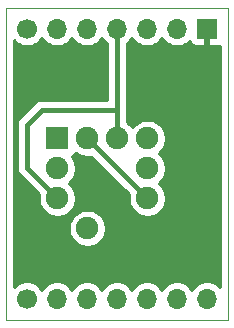
<source format=gbr>
G04 #@! TF.GenerationSoftware,KiCad,Pcbnew,(5.1.5)-3*
G04 #@! TF.CreationDate,2020-03-16T23:27:22+01:00*
G04 #@! TF.ProjectId,switch,73776974-6368-42e6-9b69-6361645f7063,rev?*
G04 #@! TF.SameCoordinates,PX18f3350PY2d4c310*
G04 #@! TF.FileFunction,Copper,L1,Top*
G04 #@! TF.FilePolarity,Positive*
%FSLAX46Y46*%
G04 Gerber Fmt 4.6, Leading zero omitted, Abs format (unit mm)*
G04 Created by KiCad (PCBNEW (5.1.5)-3) date 2020-03-16 23:27:22*
%MOMM*%
%LPD*%
G04 APERTURE LIST*
%ADD10C,0.050000*%
%ADD11O,1.700000X1.700000*%
%ADD12C,1.700000*%
%ADD13R,1.700000X1.700000*%
%ADD14C,1.900000*%
%ADD15R,1.900000X1.900000*%
%ADD16C,0.457200*%
%ADD17C,0.254000*%
G04 APERTURE END LIST*
D10*
X18796000Y26416000D02*
X0Y26416000D01*
X18796000Y0D02*
X18796000Y26416000D01*
X0Y0D02*
X18796000Y0D01*
X0Y26416000D02*
X0Y0D01*
D11*
X17018000Y1778000D03*
X14478000Y1778000D03*
X11938000Y1778000D03*
X9398000Y1778000D03*
X6858000Y1778000D03*
X4318000Y1778000D03*
D12*
X1778000Y1778000D03*
D13*
X17018000Y24638000D03*
D11*
X14478000Y24638000D03*
X11938000Y24638000D03*
X9398000Y24638000D03*
X6858000Y24638000D03*
X4318000Y24638000D03*
D12*
X1778000Y24638000D03*
D14*
X11990500Y10287000D03*
X4370500Y10287000D03*
X11990500Y12827000D03*
X4370500Y12827000D03*
X11990500Y15367000D03*
D15*
X4370500Y15367000D03*
D14*
X6910500Y7747000D03*
X9450500Y15367000D03*
X6910500Y15367000D03*
X11990500Y15367000D03*
D15*
X4370500Y15367000D03*
D16*
X9398000Y24638000D02*
X9398000Y17780000D01*
X9398000Y17780000D02*
X9398000Y15367000D01*
X3048000Y17780000D02*
X9398000Y17780000D01*
X1778000Y16510000D02*
X3048000Y17780000D01*
X4370500Y10287000D02*
X1778000Y12879500D01*
X1778000Y12879500D02*
X1778000Y16510000D01*
X6910500Y15367000D02*
X6858000Y15367000D01*
X11990500Y10287000D02*
X6910500Y15367000D01*
D17*
G36*
X17145000Y24765000D02*
G01*
X17165000Y24765000D01*
X17165000Y24511000D01*
X17145000Y24511000D01*
X17145000Y23311750D01*
X17303750Y23153000D01*
X17868000Y23149928D01*
X17992482Y23162188D01*
X18112180Y23198498D01*
X18136001Y23211231D01*
X18136000Y2760107D01*
X17964632Y2931475D01*
X17721411Y3093990D01*
X17451158Y3205932D01*
X17164260Y3263000D01*
X16871740Y3263000D01*
X16584842Y3205932D01*
X16314589Y3093990D01*
X16071368Y2931475D01*
X15864525Y2724632D01*
X15748000Y2550240D01*
X15631475Y2724632D01*
X15424632Y2931475D01*
X15181411Y3093990D01*
X14911158Y3205932D01*
X14624260Y3263000D01*
X14331740Y3263000D01*
X14044842Y3205932D01*
X13774589Y3093990D01*
X13531368Y2931475D01*
X13324525Y2724632D01*
X13208000Y2550240D01*
X13091475Y2724632D01*
X12884632Y2931475D01*
X12641411Y3093990D01*
X12371158Y3205932D01*
X12084260Y3263000D01*
X11791740Y3263000D01*
X11504842Y3205932D01*
X11234589Y3093990D01*
X10991368Y2931475D01*
X10784525Y2724632D01*
X10668000Y2550240D01*
X10551475Y2724632D01*
X10344632Y2931475D01*
X10101411Y3093990D01*
X9831158Y3205932D01*
X9544260Y3263000D01*
X9251740Y3263000D01*
X8964842Y3205932D01*
X8694589Y3093990D01*
X8451368Y2931475D01*
X8244525Y2724632D01*
X8128000Y2550240D01*
X8011475Y2724632D01*
X7804632Y2931475D01*
X7561411Y3093990D01*
X7291158Y3205932D01*
X7004260Y3263000D01*
X6711740Y3263000D01*
X6424842Y3205932D01*
X6154589Y3093990D01*
X5911368Y2931475D01*
X5704525Y2724632D01*
X5588000Y2550240D01*
X5471475Y2724632D01*
X5264632Y2931475D01*
X5021411Y3093990D01*
X4751158Y3205932D01*
X4464260Y3263000D01*
X4171740Y3263000D01*
X3884842Y3205932D01*
X3614589Y3093990D01*
X3371368Y2931475D01*
X3164525Y2724632D01*
X3048000Y2550240D01*
X2931475Y2724632D01*
X2724632Y2931475D01*
X2481411Y3093990D01*
X2211158Y3205932D01*
X1924260Y3263000D01*
X1631740Y3263000D01*
X1344842Y3205932D01*
X1074589Y3093990D01*
X831368Y2931475D01*
X660000Y2760107D01*
X660000Y7903109D01*
X5325500Y7903109D01*
X5325500Y7590891D01*
X5386411Y7284673D01*
X5505891Y6996221D01*
X5679350Y6736621D01*
X5900121Y6515850D01*
X6159721Y6342391D01*
X6448173Y6222911D01*
X6754391Y6162000D01*
X7066609Y6162000D01*
X7372827Y6222911D01*
X7661279Y6342391D01*
X7920879Y6515850D01*
X8141650Y6736621D01*
X8315109Y6996221D01*
X8434589Y7284673D01*
X8495500Y7590891D01*
X8495500Y7903109D01*
X8434589Y8209327D01*
X8315109Y8497779D01*
X8141650Y8757379D01*
X7920879Y8978150D01*
X7661279Y9151609D01*
X7372827Y9271089D01*
X7066609Y9332000D01*
X6754391Y9332000D01*
X6448173Y9271089D01*
X6159721Y9151609D01*
X5900121Y8978150D01*
X5679350Y8757379D01*
X5505891Y8497779D01*
X5386411Y8209327D01*
X5325500Y7903109D01*
X660000Y7903109D01*
X660000Y23655893D01*
X831368Y23484525D01*
X1074589Y23322010D01*
X1344842Y23210068D01*
X1631740Y23153000D01*
X1924260Y23153000D01*
X2211158Y23210068D01*
X2481411Y23322010D01*
X2724632Y23484525D01*
X2931475Y23691368D01*
X3048000Y23865760D01*
X3164525Y23691368D01*
X3371368Y23484525D01*
X3614589Y23322010D01*
X3884842Y23210068D01*
X4171740Y23153000D01*
X4464260Y23153000D01*
X4751158Y23210068D01*
X5021411Y23322010D01*
X5264632Y23484525D01*
X5471475Y23691368D01*
X5588000Y23865760D01*
X5704525Y23691368D01*
X5911368Y23484525D01*
X6154589Y23322010D01*
X6424842Y23210068D01*
X6711740Y23153000D01*
X7004260Y23153000D01*
X7291158Y23210068D01*
X7561411Y23322010D01*
X7804632Y23484525D01*
X8011475Y23691368D01*
X8128000Y23865760D01*
X8244525Y23691368D01*
X8451368Y23484525D01*
X8534400Y23429045D01*
X8534401Y18643600D01*
X3090417Y18643600D01*
X3047999Y18647778D01*
X3005582Y18643600D01*
X3005580Y18643600D01*
X2878705Y18631104D01*
X2715916Y18581722D01*
X2565888Y18501531D01*
X2434388Y18393612D01*
X2407345Y18360660D01*
X1197346Y17150659D01*
X1164389Y17123612D01*
X1110928Y17058469D01*
X1056469Y16992111D01*
X976279Y16842084D01*
X926896Y16679294D01*
X910222Y16510000D01*
X914401Y16467570D01*
X914400Y12921920D01*
X910222Y12879500D01*
X914400Y12837081D01*
X926896Y12710206D01*
X976278Y12547417D01*
X1056469Y12397389D01*
X1164388Y12265888D01*
X1197351Y12238836D01*
X2819939Y10616246D01*
X2785500Y10443109D01*
X2785500Y10130891D01*
X2846411Y9824673D01*
X2965891Y9536221D01*
X3139350Y9276621D01*
X3360121Y9055850D01*
X3619721Y8882391D01*
X3908173Y8762911D01*
X4214391Y8702000D01*
X4526609Y8702000D01*
X4832827Y8762911D01*
X5121279Y8882391D01*
X5380879Y9055850D01*
X5601650Y9276621D01*
X5775109Y9536221D01*
X5894589Y9824673D01*
X5955500Y10130891D01*
X5955500Y10443109D01*
X5894589Y10749327D01*
X5775109Y11037779D01*
X5601650Y11297379D01*
X5380879Y11518150D01*
X5322736Y11557000D01*
X5380879Y11595850D01*
X5601650Y11816621D01*
X5775109Y12076221D01*
X5894589Y12364673D01*
X5955500Y12670891D01*
X5955500Y12983109D01*
X5894589Y13289327D01*
X5775109Y13577779D01*
X5601650Y13837379D01*
X5595211Y13843818D01*
X5674994Y13886463D01*
X5771685Y13965815D01*
X5851037Y14062506D01*
X5893682Y14142289D01*
X5900121Y14135850D01*
X6159721Y13962391D01*
X6448173Y13842911D01*
X6754391Y13782000D01*
X7066609Y13782000D01*
X7239747Y13816440D01*
X10439939Y10616247D01*
X10405500Y10443109D01*
X10405500Y10130891D01*
X10466411Y9824673D01*
X10585891Y9536221D01*
X10759350Y9276621D01*
X10980121Y9055850D01*
X11239721Y8882391D01*
X11528173Y8762911D01*
X11834391Y8702000D01*
X12146609Y8702000D01*
X12452827Y8762911D01*
X12741279Y8882391D01*
X13000879Y9055850D01*
X13221650Y9276621D01*
X13395109Y9536221D01*
X13514589Y9824673D01*
X13575500Y10130891D01*
X13575500Y10443109D01*
X13514589Y10749327D01*
X13395109Y11037779D01*
X13221650Y11297379D01*
X13000879Y11518150D01*
X12942736Y11557000D01*
X13000879Y11595850D01*
X13221650Y11816621D01*
X13395109Y12076221D01*
X13514589Y12364673D01*
X13575500Y12670891D01*
X13575500Y12983109D01*
X13514589Y13289327D01*
X13395109Y13577779D01*
X13221650Y13837379D01*
X13000879Y14058150D01*
X12942736Y14097000D01*
X13000879Y14135850D01*
X13221650Y14356621D01*
X13395109Y14616221D01*
X13514589Y14904673D01*
X13575500Y15210891D01*
X13575500Y15523109D01*
X13514589Y15829327D01*
X13395109Y16117779D01*
X13221650Y16377379D01*
X13000879Y16598150D01*
X12741279Y16771609D01*
X12452827Y16891089D01*
X12146609Y16952000D01*
X11834391Y16952000D01*
X11528173Y16891089D01*
X11239721Y16771609D01*
X10980121Y16598150D01*
X10759350Y16377379D01*
X10720500Y16319236D01*
X10681650Y16377379D01*
X10460879Y16598150D01*
X10261600Y16731304D01*
X10261600Y17737580D01*
X10265778Y17780000D01*
X10261600Y17822420D01*
X10261600Y23429045D01*
X10344632Y23484525D01*
X10551475Y23691368D01*
X10668000Y23865760D01*
X10784525Y23691368D01*
X10991368Y23484525D01*
X11234589Y23322010D01*
X11504842Y23210068D01*
X11791740Y23153000D01*
X12084260Y23153000D01*
X12371158Y23210068D01*
X12641411Y23322010D01*
X12884632Y23484525D01*
X13091475Y23691368D01*
X13208000Y23865760D01*
X13324525Y23691368D01*
X13531368Y23484525D01*
X13774589Y23322010D01*
X14044842Y23210068D01*
X14331740Y23153000D01*
X14624260Y23153000D01*
X14911158Y23210068D01*
X15181411Y23322010D01*
X15424632Y23484525D01*
X15556487Y23616380D01*
X15578498Y23543820D01*
X15637463Y23433506D01*
X15716815Y23336815D01*
X15813506Y23257463D01*
X15923820Y23198498D01*
X16043518Y23162188D01*
X16168000Y23149928D01*
X16732250Y23153000D01*
X16891000Y23311750D01*
X16891000Y24511000D01*
X16871000Y24511000D01*
X16871000Y24765000D01*
X16891000Y24765000D01*
X16891000Y24785000D01*
X17145000Y24785000D01*
X17145000Y24765000D01*
G37*
X17145000Y24765000D02*
X17165000Y24765000D01*
X17165000Y24511000D01*
X17145000Y24511000D01*
X17145000Y23311750D01*
X17303750Y23153000D01*
X17868000Y23149928D01*
X17992482Y23162188D01*
X18112180Y23198498D01*
X18136001Y23211231D01*
X18136000Y2760107D01*
X17964632Y2931475D01*
X17721411Y3093990D01*
X17451158Y3205932D01*
X17164260Y3263000D01*
X16871740Y3263000D01*
X16584842Y3205932D01*
X16314589Y3093990D01*
X16071368Y2931475D01*
X15864525Y2724632D01*
X15748000Y2550240D01*
X15631475Y2724632D01*
X15424632Y2931475D01*
X15181411Y3093990D01*
X14911158Y3205932D01*
X14624260Y3263000D01*
X14331740Y3263000D01*
X14044842Y3205932D01*
X13774589Y3093990D01*
X13531368Y2931475D01*
X13324525Y2724632D01*
X13208000Y2550240D01*
X13091475Y2724632D01*
X12884632Y2931475D01*
X12641411Y3093990D01*
X12371158Y3205932D01*
X12084260Y3263000D01*
X11791740Y3263000D01*
X11504842Y3205932D01*
X11234589Y3093990D01*
X10991368Y2931475D01*
X10784525Y2724632D01*
X10668000Y2550240D01*
X10551475Y2724632D01*
X10344632Y2931475D01*
X10101411Y3093990D01*
X9831158Y3205932D01*
X9544260Y3263000D01*
X9251740Y3263000D01*
X8964842Y3205932D01*
X8694589Y3093990D01*
X8451368Y2931475D01*
X8244525Y2724632D01*
X8128000Y2550240D01*
X8011475Y2724632D01*
X7804632Y2931475D01*
X7561411Y3093990D01*
X7291158Y3205932D01*
X7004260Y3263000D01*
X6711740Y3263000D01*
X6424842Y3205932D01*
X6154589Y3093990D01*
X5911368Y2931475D01*
X5704525Y2724632D01*
X5588000Y2550240D01*
X5471475Y2724632D01*
X5264632Y2931475D01*
X5021411Y3093990D01*
X4751158Y3205932D01*
X4464260Y3263000D01*
X4171740Y3263000D01*
X3884842Y3205932D01*
X3614589Y3093990D01*
X3371368Y2931475D01*
X3164525Y2724632D01*
X3048000Y2550240D01*
X2931475Y2724632D01*
X2724632Y2931475D01*
X2481411Y3093990D01*
X2211158Y3205932D01*
X1924260Y3263000D01*
X1631740Y3263000D01*
X1344842Y3205932D01*
X1074589Y3093990D01*
X831368Y2931475D01*
X660000Y2760107D01*
X660000Y7903109D01*
X5325500Y7903109D01*
X5325500Y7590891D01*
X5386411Y7284673D01*
X5505891Y6996221D01*
X5679350Y6736621D01*
X5900121Y6515850D01*
X6159721Y6342391D01*
X6448173Y6222911D01*
X6754391Y6162000D01*
X7066609Y6162000D01*
X7372827Y6222911D01*
X7661279Y6342391D01*
X7920879Y6515850D01*
X8141650Y6736621D01*
X8315109Y6996221D01*
X8434589Y7284673D01*
X8495500Y7590891D01*
X8495500Y7903109D01*
X8434589Y8209327D01*
X8315109Y8497779D01*
X8141650Y8757379D01*
X7920879Y8978150D01*
X7661279Y9151609D01*
X7372827Y9271089D01*
X7066609Y9332000D01*
X6754391Y9332000D01*
X6448173Y9271089D01*
X6159721Y9151609D01*
X5900121Y8978150D01*
X5679350Y8757379D01*
X5505891Y8497779D01*
X5386411Y8209327D01*
X5325500Y7903109D01*
X660000Y7903109D01*
X660000Y23655893D01*
X831368Y23484525D01*
X1074589Y23322010D01*
X1344842Y23210068D01*
X1631740Y23153000D01*
X1924260Y23153000D01*
X2211158Y23210068D01*
X2481411Y23322010D01*
X2724632Y23484525D01*
X2931475Y23691368D01*
X3048000Y23865760D01*
X3164525Y23691368D01*
X3371368Y23484525D01*
X3614589Y23322010D01*
X3884842Y23210068D01*
X4171740Y23153000D01*
X4464260Y23153000D01*
X4751158Y23210068D01*
X5021411Y23322010D01*
X5264632Y23484525D01*
X5471475Y23691368D01*
X5588000Y23865760D01*
X5704525Y23691368D01*
X5911368Y23484525D01*
X6154589Y23322010D01*
X6424842Y23210068D01*
X6711740Y23153000D01*
X7004260Y23153000D01*
X7291158Y23210068D01*
X7561411Y23322010D01*
X7804632Y23484525D01*
X8011475Y23691368D01*
X8128000Y23865760D01*
X8244525Y23691368D01*
X8451368Y23484525D01*
X8534400Y23429045D01*
X8534401Y18643600D01*
X3090417Y18643600D01*
X3047999Y18647778D01*
X3005582Y18643600D01*
X3005580Y18643600D01*
X2878705Y18631104D01*
X2715916Y18581722D01*
X2565888Y18501531D01*
X2434388Y18393612D01*
X2407345Y18360660D01*
X1197346Y17150659D01*
X1164389Y17123612D01*
X1110928Y17058469D01*
X1056469Y16992111D01*
X976279Y16842084D01*
X926896Y16679294D01*
X910222Y16510000D01*
X914401Y16467570D01*
X914400Y12921920D01*
X910222Y12879500D01*
X914400Y12837081D01*
X926896Y12710206D01*
X976278Y12547417D01*
X1056469Y12397389D01*
X1164388Y12265888D01*
X1197351Y12238836D01*
X2819939Y10616246D01*
X2785500Y10443109D01*
X2785500Y10130891D01*
X2846411Y9824673D01*
X2965891Y9536221D01*
X3139350Y9276621D01*
X3360121Y9055850D01*
X3619721Y8882391D01*
X3908173Y8762911D01*
X4214391Y8702000D01*
X4526609Y8702000D01*
X4832827Y8762911D01*
X5121279Y8882391D01*
X5380879Y9055850D01*
X5601650Y9276621D01*
X5775109Y9536221D01*
X5894589Y9824673D01*
X5955500Y10130891D01*
X5955500Y10443109D01*
X5894589Y10749327D01*
X5775109Y11037779D01*
X5601650Y11297379D01*
X5380879Y11518150D01*
X5322736Y11557000D01*
X5380879Y11595850D01*
X5601650Y11816621D01*
X5775109Y12076221D01*
X5894589Y12364673D01*
X5955500Y12670891D01*
X5955500Y12983109D01*
X5894589Y13289327D01*
X5775109Y13577779D01*
X5601650Y13837379D01*
X5595211Y13843818D01*
X5674994Y13886463D01*
X5771685Y13965815D01*
X5851037Y14062506D01*
X5893682Y14142289D01*
X5900121Y14135850D01*
X6159721Y13962391D01*
X6448173Y13842911D01*
X6754391Y13782000D01*
X7066609Y13782000D01*
X7239747Y13816440D01*
X10439939Y10616247D01*
X10405500Y10443109D01*
X10405500Y10130891D01*
X10466411Y9824673D01*
X10585891Y9536221D01*
X10759350Y9276621D01*
X10980121Y9055850D01*
X11239721Y8882391D01*
X11528173Y8762911D01*
X11834391Y8702000D01*
X12146609Y8702000D01*
X12452827Y8762911D01*
X12741279Y8882391D01*
X13000879Y9055850D01*
X13221650Y9276621D01*
X13395109Y9536221D01*
X13514589Y9824673D01*
X13575500Y10130891D01*
X13575500Y10443109D01*
X13514589Y10749327D01*
X13395109Y11037779D01*
X13221650Y11297379D01*
X13000879Y11518150D01*
X12942736Y11557000D01*
X13000879Y11595850D01*
X13221650Y11816621D01*
X13395109Y12076221D01*
X13514589Y12364673D01*
X13575500Y12670891D01*
X13575500Y12983109D01*
X13514589Y13289327D01*
X13395109Y13577779D01*
X13221650Y13837379D01*
X13000879Y14058150D01*
X12942736Y14097000D01*
X13000879Y14135850D01*
X13221650Y14356621D01*
X13395109Y14616221D01*
X13514589Y14904673D01*
X13575500Y15210891D01*
X13575500Y15523109D01*
X13514589Y15829327D01*
X13395109Y16117779D01*
X13221650Y16377379D01*
X13000879Y16598150D01*
X12741279Y16771609D01*
X12452827Y16891089D01*
X12146609Y16952000D01*
X11834391Y16952000D01*
X11528173Y16891089D01*
X11239721Y16771609D01*
X10980121Y16598150D01*
X10759350Y16377379D01*
X10720500Y16319236D01*
X10681650Y16377379D01*
X10460879Y16598150D01*
X10261600Y16731304D01*
X10261600Y17737580D01*
X10265778Y17780000D01*
X10261600Y17822420D01*
X10261600Y23429045D01*
X10344632Y23484525D01*
X10551475Y23691368D01*
X10668000Y23865760D01*
X10784525Y23691368D01*
X10991368Y23484525D01*
X11234589Y23322010D01*
X11504842Y23210068D01*
X11791740Y23153000D01*
X12084260Y23153000D01*
X12371158Y23210068D01*
X12641411Y23322010D01*
X12884632Y23484525D01*
X13091475Y23691368D01*
X13208000Y23865760D01*
X13324525Y23691368D01*
X13531368Y23484525D01*
X13774589Y23322010D01*
X14044842Y23210068D01*
X14331740Y23153000D01*
X14624260Y23153000D01*
X14911158Y23210068D01*
X15181411Y23322010D01*
X15424632Y23484525D01*
X15556487Y23616380D01*
X15578498Y23543820D01*
X15637463Y23433506D01*
X15716815Y23336815D01*
X15813506Y23257463D01*
X15923820Y23198498D01*
X16043518Y23162188D01*
X16168000Y23149928D01*
X16732250Y23153000D01*
X16891000Y23311750D01*
X16891000Y24511000D01*
X16871000Y24511000D01*
X16871000Y24765000D01*
X16891000Y24765000D01*
X16891000Y24785000D01*
X17145000Y24785000D01*
X17145000Y24765000D01*
M02*

</source>
